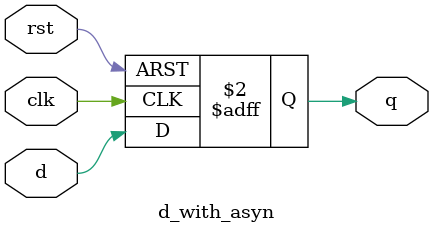
<source format=sv>


module d_with_asyn(input d, clk, rst,
  				   output reg q);
/* or  
 always@(posedge clk or negedge rst) // for active low reset
	begin
    	if(!rst) 
			q <= 0;
    	else    
		    q <= d;
  	end

*/ 
always@(posedge clk or posedge rst) // for active high reset
	begin
    	if(rst) 
			q <= 0;
    	else    
		    q <= d;
  	end

 
endmodule

</source>
